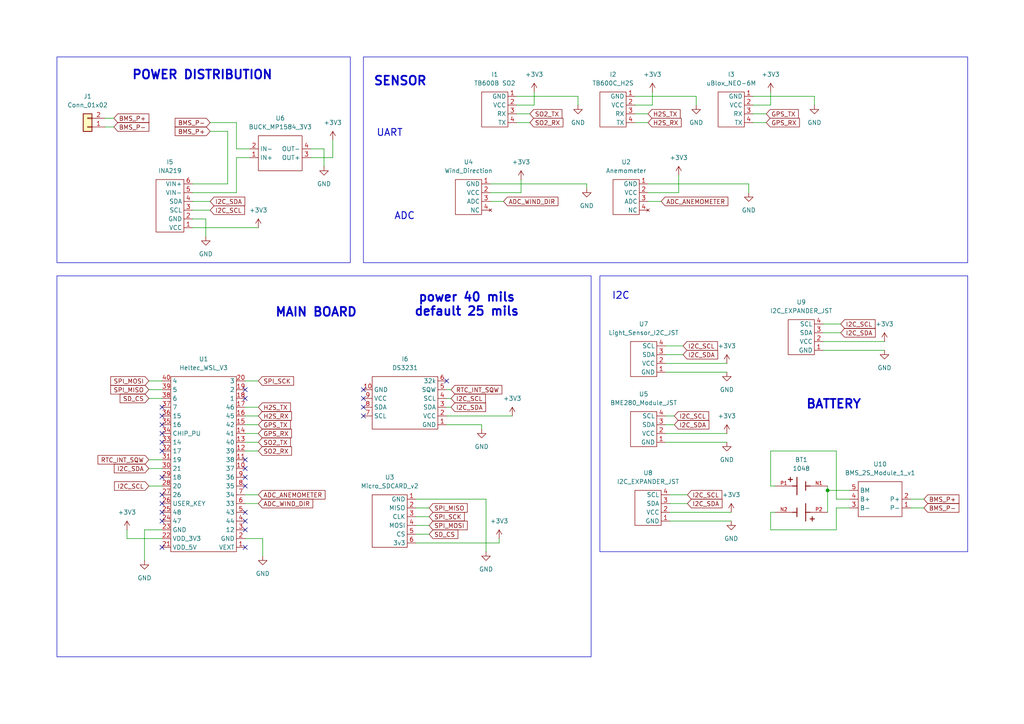
<source format=kicad_sch>
(kicad_sch (version 20250114) (generator "eeschema") (generator_version "9.0")
  (paper "A4")
  (lib_symbols
    (symbol "1048:1048" (pin_names (offset 1.016))
      (property "Reference" "BT" (at -3.81 6.35 0))
      (property "Value" "1048" (at -3.81 -10.16 0))
      (symbol "1048_0_0"
        (polyline (pts (xy -3.81 4.445) (xy -2.54 4.445)) (stroke (width 0.254)))
        (polyline (pts (xy -3.175 5.08) (xy -3.175 3.81)) (stroke (width 0.254)))
        (polyline (pts (xy -1.27 5.08) (xy -1.27 2.54)) (stroke (width 0.254)))
        (polyline (pts (xy -1.27 2.54) (xy -2.54 2.54)) (stroke (width 0.254)))
        (polyline (pts (xy -1.27 2.54) (xy -1.27 0)) (stroke (width 0.254)))
        (polyline (pts (xy -1.27 -5.08) (xy -2.54 -5.08)) (stroke (width 0.254)))
        (polyline (pts (xy -1.27 -5.08) (xy -1.27 -3.81)) (stroke (width 0.254)))
        (polyline (pts (xy -1.27 -6.35) (xy -1.27 -5.08)) (stroke (width 0.254)))
        (polyline (pts (xy 1.27 3.81) (xy 1.27 2.54)) (stroke (width 0.254)))
        (polyline (pts (xy 1.27 2.54) (xy 1.27 1.27)) (stroke (width 0.254)))
        (polyline (pts (xy 1.27 2.54) (xy 2.54 2.54)) (stroke (width 0.254)))
        (polyline (pts (xy 1.27 -5.08) (xy 1.27 -2.54)) (stroke (width 0.254)))
        (polyline (pts (xy 1.27 -5.08) (xy 2.54 -5.08)) (stroke (width 0.254)))
        (polyline (pts (xy 1.27 -7.62) (xy 1.27 -5.08)) (stroke (width 0.254)))
        (polyline (pts (xy 3.175 -7.62) (xy 3.175 -6.35)) (stroke (width 0.254)))
        (polyline (pts (xy 3.81 -6.985) (xy 2.54 -6.985)) (stroke (width 0.254)))
        (pin passive line (at -7.62 2.54 0) (length 5.08) (name "~") (number "P1"))
        (pin passive line (at -7.62 -5.08 0) (length 5.08) (name "~") (number "N2"))
        (pin passive line (at 7.62 2.54 180) (length 5.08) (name "~") (number "N1"))
        (pin passive line (at 7.62 -5.08 180) (length 5.08) (name "~") (number "P2"))
      )
    )
    (symbol "Connector_Generic:Conn_01x02" (pin_names (offset 1.016) (hide yes))
      (property "Reference" "J" (at 0 2.54 0))
      (property "Value" "Conn_01x02" (at 0 -5.08 0))
      (symbol "Conn_01x02_1_1"
        (rectangle (start -1.27 1.27) (end 1.27 -3.81) (stroke (width 0.254)) (fill (type background)))
        (rectangle (start -1.27 0.127) (end 0 -0.127) (stroke (width 0.1524)))
        (rectangle (start -1.27 -2.413) (end 0 -2.667) (stroke (width 0.1524)))
        (pin passive line (at -5.08 0 0) (length 3.81) (name "Pin_1") (number "1"))
        (pin passive line (at -5.08 -2.54 0) (length 3.81) (name "Pin_2") (number "2"))
      )
    )
    (symbol "Custom Board:Anemometer"
      (property "Reference" "U2" (at 0 10.16 0))
      (property "Value" "Anemometer" (at 0 7.62 0))
      (symbol "Anemometer_0_1"
        (rectangle (start -3.81 5.08) (end 3.81 -5.08))
      )
      (symbol "Anemometer_1_1"
        (pin passive line (at 6.35 3.81 180) (length 2.54) (name "GND") (number "1"))
        (pin power_in line (at 6.35 1.27 180) (length 2.54) (name "VCC") (number "2"))
        (pin bidirectional line (at 6.35 -1.27 180) (length 2.54) (name "ADC") (number "3"))
        (pin no_connect line (at 6.35 -3.81 180) (length 2.54) (name "NC") (number "4"))
      )
    )
    (symbol "Custom Board:BME280_Module_JST"
      (property "Reference" "U" (at 0 10.16 0))
      (property "Value" "BME280_Module_JST" (at 0 7.62 0))
      (symbol "BME280_Module_JST_0_1"
        (rectangle (start -3.81 5.08) (end 3.81 -5.08))
      )
      (symbol "BME280_Module_JST_1_1"
        (pin bidirectional line (at 6.35 3.81 180) (length 2.54) (name "SCL") (number "4"))
        (pin bidirectional line (at 6.35 1.27 180) (length 2.54) (name "SDA") (number "3"))
        (pin power_in line (at 6.35 -1.27 180) (length 2.54) (name "VCC") (number "2"))
        (pin passive line (at 6.35 -3.81 180) (length 2.54) (name "GND") (number "1"))
      )
    )
    (symbol "Custom Board:BMS_2S_Module_1_v1"
      (property "Reference" "U" (at 0 10.16 0))
      (property "Value" "BMS_2S_Module_1_v1" (at 0 7.62 0))
      (symbol "BMS_2S_Module_1_v1_0_1"
        (rectangle (start -6.35 5.08) (end 6.35 -5.08))
      )
      (symbol "BMS_2S_Module_1_v1_1_1"
        (pin power_in line (at -8.89 2.54 0) (length 2.54) (name "BM") (number "5"))
        (pin power_in line (at -8.89 0 0) (length 2.54) (name "B+") (number "4"))
        (pin power_in line (at -8.89 -2.54 0) (length 2.54) (name "B-") (number "3"))
        (pin power_out line (at 8.89 0 180) (length 2.54) (name "P+") (number "2"))
        (pin power_out line (at 8.89 -2.54 180) (length 2.54) (name "P-") (number "1"))
      )
    )
    (symbol "Custom Board:Buck_MP1584_3V3_Module"
      (property "Reference" "U" (at 0 5.08 0))
      (property "Value" "BUCK_MP1584_3V3" (at 0 2.54 0))
      (symbol "Buck_MP1584_3V3_Module_0_1"
        (rectangle (start -6.35 0) (end 6.35 -10.16))
      )
      (symbol "Buck_MP1584_3V3_Module_1_1"
        (pin bidirectional line (at -8.89 -3.81 0) (length 2.54) (name "IN-") (number "2"))
        (pin bidirectional line (at -8.89 -6.35 0) (length 2.54) (name "IN+") (number "1"))
        (pin bidirectional line (at 8.89 -3.81 180) (length 2.54) (name "OUT-") (number "4"))
        (pin bidirectional line (at 8.89 -6.35 180) (length 2.54) (name "OUT+") (number "3"))
      )
    )
    (symbol "Custom Board:GPS"
      (property "Reference" "I5" (at 0 10.16 0))
      (property "Value" "uBlox_NEO-6M" (at 0 7.62 0))
      (symbol "GPS_0_1"
        (rectangle (start -3.8099 5.08) (end 3.81 -5.08))
      )
      (symbol "GPS_1_1"
        (pin passive line (at 6.35 3.81 180) (length 2.54) (name "GND") (number "1"))
        (pin power_in line (at 6.35 1.27 180) (length 2.54) (name "VCC") (number "2"))
        (pin bidirectional line (at 6.35 -1.27 180) (length 2.54) (name "RX") (number "3"))
        (pin bidirectional line (at 6.35 -3.81 180) (length 2.54) (name "TX") (number "4"))
      )
    )
    (symbol "Custom Board:I2C_EXPANDER_JST"
      (property "Reference" "U" (at 0 10.16 0))
      (property "Value" "I2C_EXPANDER_JST" (at 0 7.62 0))
      (symbol "I2C_EXPANDER_JST_0_1"
        (rectangle (start -3.81 5.08) (end 3.81 -5.08))
      )
      (symbol "I2C_EXPANDER_JST_1_1"
        (pin bidirectional line (at 6.35 3.81 180) (length 2.54) (name "SCL") (number "4"))
        (pin bidirectional line (at 6.35 1.27 180) (length 2.54) (name "SDA") (number "3"))
        (pin power_in line (at 6.35 -1.27 180) (length 2.54) (name "VCC") (number "2"))
        (pin passive line (at 6.35 -3.81 180) (length 2.54) (name "GND") (number "1"))
      )
    )
    (symbol "Custom Board:INA219"
      (property "Reference" "I1" (at -0.2345 7.62 0))
      (property "Value" "INA219" (at -0.2345 5.08 0))
      (symbol "INA219_0_1"
        (rectangle (start -4.2789 -12.7) (end 3.81 2.54))
      )
      (symbol "INA219_1_1"
        (pin bidirectional line (at 6.35 1.27 180) (length 2.54) (name "VIN+") (number "6"))
        (pin bidirectional line (at 6.35 -1.27 180) (length 2.54) (name "VIN-") (number "5"))
        (pin bidirectional line (at 6.35 -3.81 180) (length 2.54) (name "SDA") (number "4"))
        (pin bidirectional line (at 6.35 -6.35 180) (length 2.54) (name "SCL") (number "3"))
        (pin passive line (at 6.35 -8.89 180) (length 2.54) (name "GND") (number "2"))
        (pin power_in line (at 6.35 -11.43 180) (length 2.54) (name "VCC") (number "1"))
      )
    )
    (symbol "Custom Board:Light_Sensor_I2C_JST"
      (property "Reference" "U" (at 0 10.16 0))
      (property "Value" "Light_Sensor_I2C_JST" (at 0 7.62 0))
      (symbol "Light_Sensor_I2C_JST_0_1"
        (rectangle (start -3.81 5.08) (end 3.81 -5.08))
      )
      (symbol "Light_Sensor_I2C_JST_1_1"
        (pin bidirectional line (at 6.35 3.81 180) (length 2.54) (name "SCL") (number "4"))
        (pin bidirectional line (at 6.35 1.27 180) (length 2.54) (name "SDA") (number "3"))
        (pin power_in line (at 6.35 -1.27 180) (length 2.54) (name "VCC") (number "2"))
        (pin passive line (at 6.35 -3.81 180) (length 2.54) (name "GND") (number "1"))
      )
    )
    (symbol "Custom Board:RTC_DS3231​"
      (property "Reference" "I6" (at 0 12.7 0))
      (property "Value" "DS3231​" (at 0 10.16 0))
      (symbol "RTC_DS3231​_0_1"
        (rectangle (start -8.89 7.62) (end 10.16 -7.62))
      )
      (symbol "RTC_DS3231​_1_1"
        (pin passive line (at -11.43 3.81 0) (length 2.54) (name "GND") (number "10"))
        (pin power_in line (at -11.43 1.27 0) (length 2.54) (name "VCC") (number "9"))
        (pin bidirectional line (at -11.43 -1.27 0) (length 2.54) (name "SDA") (number "8"))
        (pin bidirectional line (at -11.43 -3.81 0) (length 2.54) (name "SCL") (number "7"))
        (pin output line (at 12.7 6.35 180) (length 2.54) (name "32k") (number "6"))
        (pin output line (at 12.7 3.81 180) (length 2.54) (name "SQW") (number "5"))
        (pin bidirectional line (at 12.7 1.27 180) (length 2.54) (name "SCL") (number "4"))
        (pin bidirectional line (at 12.7 -1.27 180) (length 2.54) (name "SDA") (number "3"))
        (pin power_in line (at 12.7 -3.81 180) (length 2.54) (name "VCC") (number "2"))
        (pin passive line (at 12.7 -6.35 180) (length 2.54) (name "GND") (number "1"))
      )
    )
    (symbol "Custom Board:SPI SD Card_v2"
      (property "Reference" "U4" (at 0 11.43 0))
      (property "Value" "Micro_SDCARD_v2" (at 0 8.89 0))
      (symbol "SPI SD Card_v2_0_1"
        (rectangle (start -5.08 6.35) (end 5.08 -8.89))
      )
      (symbol "SPI SD Card_v2_1_1"
        (pin passive line (at 7.62 5.08 180) (length 2.54) (name "GND") (number "1"))
        (pin bidirectional line (at 7.62 2.54 180) (length 2.54) (name "MISO") (number "2"))
        (pin bidirectional line (at 7.62 0 180) (length 2.54) (name "CLK") (number "3"))
        (pin bidirectional line (at 7.62 -2.54 180) (length 2.54) (name "MOSI") (number "4"))
        (pin bidirectional line (at 7.62 -5.08 180) (length 2.54) (name "CS") (number "5"))
        (pin power_in line (at 7.62 -7.62 180) (length 2.54) (name "3v3") (number "6"))
      )
    )
    (symbol "Custom Board:TB600B"
      (property "Reference" "I2" (at 0 10.16 0))
      (property "Value" "TB600B SO2" (at 0 7.62 0))
      (symbol "TB600B_0_1"
        (rectangle (start -3.81 5.08) (end 3.81 -5.08))
      )
      (symbol "TB600B_1_1"
        (pin passive line (at 6.35 3.81 180) (length 2.54) (name "GND") (number "1"))
        (pin power_in line (at 6.35 1.27 180) (length 2.54) (name "VCC") (number "2"))
        (pin bidirectional line (at 6.35 -1.27 180) (length 2.54) (name "RX") (number "3"))
        (pin bidirectional line (at 6.35 -3.81 180) (length 2.54) (name "TX") (number "4"))
      )
    )
    (symbol "Custom Board:TB600C"
      (property "Reference" "I3" (at -1.27 10.16 0))
      (property "Value" "TB600C_H2S" (at -1.27 7.62 0))
      (symbol "TB600C_0_1"
        (rectangle (start -5.08 5.08) (end 2.54 -5.08))
      )
      (symbol "TB600C_1_1"
        (pin passive line (at 5.08 3.81 180) (length 2.54) (name "GND") (number "1"))
        (pin power_in line (at 5.08 1.27 180) (length 2.54) (name "VCC") (number "2"))
        (pin bidirectional line (at 5.08 -1.27 180) (length 2.54) (name "RX") (number "3"))
        (pin bidirectional line (at 5.08 -3.81 180) (length 2.54) (name "TX") (number "4"))
      )
    )
    (symbol "Custom Board:WSL_V3"
      (property "Reference" "U5" (at -4.445 17.78 0))
      (property "Value" "Heltec_WSL_V3" (at -4.445 15.24 0))
      (symbol "WSL_V3_0_1"
        (rectangle (start -13.97 12.7) (end 5.08 -38.1))
      )
      (symbol "WSL_V3_1_1"
        (pin bidirectional line (at -16.51 11.43 0) (length 2.54) (name "4") (number "40"))
        (pin bidirectional line (at -16.51 8.89 0) (length 2.54) (name "5") (number "39"))
        (pin bidirectional line (at -16.51 6.35 0) (length 2.54) (name "6") (number "38"))
        (pin bidirectional line (at -16.51 3.81 0) (length 2.54) (name "7") (number "37"))
        (pin bidirectional line (at -16.51 1.27 0) (length 2.54) (name "15") (number "36"))
        (pin bidirectional line (at -16.51 -1.27 0) (length 2.54) (name "16") (number "35"))
        (pin input line (at -16.51 -3.81 0) (length 2.54) (name "CHIP_PU") (number "34"))
        (pin bidirectional line (at -16.51 -6.35 0) (length 2.54) (name "14") (number "33"))
        (pin bidirectional line (at -16.51 -8.89 0) (length 2.54) (name "17") (number "32"))
        (pin bidirectional line (at -16.51 -11.43 0) (length 2.54) (name "19") (number "31"))
        (pin bidirectional line (at -16.51 -13.97 0) (length 2.54) (name "21") (number "30"))
        (pin bidirectional line (at -16.51 -16.51 0) (length 2.54) (name "18") (number "29"))
        (pin bidirectional line (at -16.51 -19.05 0) (length 2.54) (name "20") (number "28"))
        (pin bidirectional line (at -16.51 -21.59 0) (length 2.54) (name "26") (number "27"))
        (pin bidirectional line (at -16.51 -24.13 0) (length 2.54) (name "USER_KEY") (number "26"))
        (pin bidirectional line (at -16.51 -26.67 0) (length 2.54) (name "48") (number "25"))
        (pin bidirectional line (at -16.51 -29.21 0) (length 2.54) (name "47") (number "24"))
        (pin passive line (at -16.51 -31.75 0) (length 2.54) (name "GND") (number "23"))
        (pin power_in line (at -16.51 -34.29 0) (length 2.54) (name "VDD_3V3") (number "22"))
        (pin power_in line (at -16.51 -36.83 0) (length 2.54) (name "VDD_5V") (number "21"))
        (pin bidirectional line (at 7.62 11.43 180) (length 2.54) (name "3") (number "20"))
        (pin bidirectional line (at 7.62 8.89 180) (length 2.54) (name "2") (number "19"))
        (pin bidirectional line (at 7.62 6.35 180) (length 2.54) (name "1") (number "18"))
        (pin bidirectional line (at 7.62 3.81 180) (length 2.54) (name "46") (number "17"))
        (pin bidirectional line (at 7.62 1.27 180) (length 2.54) (name "45") (number "16"))
        (pin bidirectional line (at 7.62 -1.27 180) (length 2.54) (name "42") (number "15"))
        (pin bidirectional line (at 7.62 -3.81 180) (length 2.54) (name "41") (number "14"))
        (pin bidirectional line (at 7.62 -6.35 180) (length 2.54) (name "40") (number "13"))
        (pin bidirectional line (at 7.62 -8.89 180) (length 2.54) (name "39") (number "12"))
        (pin bidirectional line (at 7.62 -11.43 180) (length 2.54) (name "38") (number "11"))
        (pin bidirectional line (at 7.62 -13.97 180) (length 2.54) (name "37") (number "10"))
        (pin bidirectional line (at 7.62 -16.51 180) (length 2.54) (name "36") (number "9"))
        (pin bidirectional line (at 7.62 -19.05 180) (length 2.54) (name "35") (number "8"))
        (pin bidirectional line (at 7.62 -21.59 180) (length 2.54) (name "34") (number "7"))
        (pin bidirectional line (at 7.62 -24.13 180) (length 2.54) (name "33") (number "6"))
        (pin bidirectional line (at 7.62 -26.67 180) (length 2.54) (name "43") (number "5"))
        (pin bidirectional line (at 7.62 -29.21 180) (length 2.54) (name "44") (number "4"))
        (pin bidirectional line (at 7.62 -31.75 180) (length 2.54) (name "12") (number "3"))
        (pin passive line (at 7.62 -34.29 180) (length 2.54) (name "GND") (number "2"))
        (pin power_out line (at 7.62 -36.83 180) (length 2.54) (name "VEXT") (number "1"))
      )
    )
    (symbol "Custom Board:Wind Direction"
      (property "Reference" "U3" (at 0 10.16 0))
      (property "Value" "Wind_Direction" (at 0 7.62 0))
      (symbol "Wind Direction_0_1"
        (rectangle (start -3.81 5.08) (end 3.81 -5.08))
      )
      (symbol "Wind Direction_1_1"
        (pin passive line (at 6.35 3.81 180) (length 2.54) (name "GND") (number "1"))
        (pin power_in line (at 6.35 1.27 180) (length 2.54) (name "VCC") (number "2"))
        (pin bidirectional line (at 6.35 -1.27 180) (length 2.54) (name "ADC") (number "3"))
        (pin no_connect line (at 6.35 -3.81 180) (length 2.54) (name "NC") (number "4"))
      )
    )
    (symbol "power:+3V3" (power) (pin_numbers (hide yes)) (pin_names (offset 0) (hide yes))
      (property "Value" "+3V3" (at 0 3.556 0))
      (symbol "+3V3_0_1"
        (polyline (pts (xy -0.762 1.27) (xy 0 2.54)))
        (polyline (pts (xy 0 2.54) (xy 0.762 1.27)))
        (polyline (pts (xy 0 0) (xy 0 2.54)))
      )
      (symbol "+3V3_1_1"
        (pin power_in line (at 0 0 90) (length 0) (name "~") (number "1"))
      )
    )
    (symbol "power:GND" (power) (pin_numbers (hide yes)) (pin_names (offset 0) (hide yes))
      (property "Value" "GND" (at 0 -3.81 0))
      (symbol "GND_0_1"
        (polyline (pts (xy 0 0) (xy 0 -1.27) (xy 1.27 -1.27) (xy 0 -2.54) (xy -1.27 -1.27) (xy 0 -1.27)))
      )
      (symbol "GND_1_1"
        (pin power_in line (at 0 0 270) (length 0) (name "~") (number "1"))
      )
    )
  )
  (rectangle (start 16.51 80.01) (end 171.45 190.5))
  (rectangle (start 173.99 80.01) (end 280.67 160.02))
  (rectangle (start 16.51 16.51) (end 101.6 76.2))
  (rectangle (start 105.41 16.51) (end 280.67 76.2))
  (text "BATTERY" (at 241.808 117.348 0) (effects (font (size 2.54 2.54) (thickness 0.508) (bold yes))))
  (text "UART" (at 113.03 38.608 0) (effects (font (size 2.032 2.032) (thickness 0.254))))
  (text "I2C" (at 180.086 85.852 0) (effects (font (size 2.032 2.032) (thickness 0.254))))
  (text "ADC" (at 117.348 62.738 0) (effects (font (size 2.032 2.032) (thickness 0.254))))
  (text "POWER DISTRIBUTION" (at 58.674 21.844 0) (effects (font (size 2.54 2.54) (thickness 0.508) (bold yes))))
  (text "power 40 mils\ndefault 25 mils" (at 135.382 88.392 0) (effects (font (size 2.54 2.54) (thickness 0.508) (bold yes))))
  (text "SENSOR" (at 116.078 23.622 0) (effects (font (size 2.54 2.54) (thickness 0.508) (bold yes))))
  (text "MAIN BOARD" (at 91.694 90.678 0) (effects (font (size 2.54 2.54) (thickness 0.508) (bold yes))))
  (junction (at 240.03 142.24))
  (no_connect (at 71.12 151.13))
  (no_connect (at 71.12 133.35))
  (no_connect (at 46.99 158.75))
  (no_connect (at 46.99 151.13))
  (no_connect (at 46.99 130.81))
  (no_connect (at 46.99 143.51))
  (no_connect (at 46.99 146.05))
  (no_connect (at 46.99 123.19))
  (no_connect (at 71.12 113.03))
  (no_connect (at 71.12 153.67))
  (no_connect (at 71.12 148.59))
  (no_connect (at 71.12 158.75))
  (no_connect (at 71.12 138.43))
  (no_connect (at 129.54 110.49))
  (no_connect (at 46.99 138.43))
  (no_connect (at 71.12 115.57))
  (no_connect (at 71.12 135.89))
  (no_connect (at 46.99 118.11))
  (no_connect (at 46.99 148.59))
  (no_connect (at 46.99 128.27))
  (no_connect (at 46.99 120.65))
  (no_connect (at 105.41 120.65))
  (no_connect (at 105.41 115.57))
  (no_connect (at 46.99 125.73))
  (no_connect (at 71.12 140.97))
  (no_connect (at 105.41 118.11))
  (no_connect (at 105.41 113.03))
  (wire (pts (xy 90.17 45.72) (xy 96.52 45.72)))
  (wire (pts (xy 120.65 147.32) (xy 124.46 147.32)))
  (wire (pts (xy 187.96 53.34) (xy 217.17 53.34)))
  (wire (pts (xy 41.91 162.56) (xy 41.91 153.67)))
  (wire (pts (xy 60.96 38.1) (xy 66.04 38.1)))
  (wire (pts (xy 242.57 130.81) (xy 223.52 130.81)))
  (wire (pts (xy 242.57 130.81) (xy 242.57 144.78)))
  (wire (pts (xy 264.16 147.32) (xy 267.97 147.32)))
  (wire (pts (xy 71.12 120.65) (xy 74.93 120.65)))
  (wire (pts (xy 242.57 147.32) (xy 242.57 153.67)))
  (wire (pts (xy 210.82 107.95) (xy 193.04 107.95)))
  (wire (pts (xy 41.91 153.67) (xy 46.99 153.67)))
  (wire (pts (xy 71.12 156.21) (xy 76.2 156.21)))
  (wire (pts (xy 71.12 125.73) (xy 74.93 125.73)))
  (wire (pts (xy 66.04 38.1) (xy 66.04 53.34)))
  (wire (pts (xy 194.31 146.05) (xy 199.39 146.05)))
  (wire (pts (xy 184.15 30.48) (xy 189.23 30.48)))
  (wire (pts (xy 194.31 143.51) (xy 199.39 143.51)))
  (wire (pts (xy 60.96 35.56) (xy 68.58 35.56)))
  (wire (pts (xy 193.04 120.65) (xy 195.58 120.65)))
  (wire (pts (xy 55.88 58.42) (xy 60.96 58.42)))
  (wire (pts (xy 194.31 148.59) (xy 212.09 148.59)))
  (wire (pts (xy 238.76 93.98) (xy 243.84 93.98)))
  (wire (pts (xy 71.12 130.81) (xy 74.93 130.81)))
  (wire (pts (xy 120.65 157.48) (xy 144.78 157.48)))
  (wire (pts (xy 238.76 99.06) (xy 256.54 99.06)))
  (wire (pts (xy 223.52 148.59) (xy 224.79 148.59)))
  (wire (pts (xy 184.15 35.56) (xy 187.96 35.56)))
  (wire (pts (xy 184.15 27.94) (xy 201.93 27.94)))
  (wire (pts (xy 90.17 43.18) (xy 93.98 43.18)))
  (wire (pts (xy 55.88 60.96) (xy 60.96 60.96)))
  (wire (pts (xy 149.86 33.02) (xy 153.67 33.02)))
  (wire (pts (xy 129.54 113.03) (xy 130.81 113.03)))
  (wire (pts (xy 246.38 147.32) (xy 242.57 147.32)))
  (wire (pts (xy 43.18 113.03) (xy 46.99 113.03)))
  (wire (pts (xy 55.88 63.5) (xy 59.69 63.5)))
  (wire (pts (xy 218.44 33.02) (xy 222.25 33.02)))
  (wire (pts (xy 36.83 153.67) (xy 36.83 156.21)))
  (wire (pts (xy 201.93 27.94) (xy 201.93 30.48)))
  (wire (pts (xy 223.52 30.48) (xy 223.52 26.67)))
  (wire (pts (xy 149.86 30.48) (xy 154.94 30.48)))
  (wire (pts (xy 240.03 140.97) (xy 240.03 142.24)))
  (wire (pts (xy 149.86 27.94) (xy 167.64 27.94)))
  (wire (pts (xy 55.88 66.04) (xy 74.93 66.04)))
  (wire (pts (xy 43.18 110.49) (xy 46.99 110.49)))
  (wire (pts (xy 218.44 30.48) (xy 223.52 30.48)))
  (wire (pts (xy 120.65 149.86) (xy 124.46 149.86)))
  (wire (pts (xy 129.54 120.65) (xy 148.59 120.65)))
  (wire (pts (xy 71.12 118.11) (xy 74.93 118.11)))
  (wire (pts (xy 71.12 146.05) (xy 74.93 146.05)))
  (wire (pts (xy 68.58 35.56) (xy 68.58 43.18)))
  (wire (pts (xy 196.85 50.8) (xy 196.85 55.88)))
  (wire (pts (xy 71.12 123.19) (xy 74.93 123.19)))
  (wire (pts (xy 193.04 105.41) (xy 210.82 105.41)))
  (wire (pts (xy 43.18 133.35) (xy 46.99 133.35)))
  (wire (pts (xy 120.65 144.78) (xy 140.97 144.78)))
  (wire (pts (xy 189.23 30.48) (xy 189.23 26.67)))
  (wire (pts (xy 36.83 156.21) (xy 46.99 156.21)))
  (wire (pts (xy 142.24 55.88) (xy 151.13 55.88)))
  (wire (pts (xy 93.98 43.18) (xy 93.98 48.26)))
  (wire (pts (xy 242.57 144.78) (xy 246.38 144.78)))
  (wire (pts (xy 218.44 27.94) (xy 236.22 27.94)))
  (wire (pts (xy 212.09 151.13) (xy 194.31 151.13)))
  (wire (pts (xy 59.69 63.5) (xy 59.69 68.58)))
  (wire (pts (xy 68.58 55.88) (xy 68.58 45.72)))
  (wire (pts (xy 68.58 43.18) (xy 72.39 43.18)))
  (wire (pts (xy 68.58 45.72) (xy 72.39 45.72)))
  (wire (pts (xy 193.04 123.19) (xy 195.58 123.19)))
  (wire (pts (xy 96.52 40.64) (xy 96.52 45.72)))
  (wire (pts (xy 218.44 35.56) (xy 222.25 35.56)))
  (wire (pts (xy 55.88 53.34) (xy 66.04 53.34)))
  (wire (pts (xy 151.13 55.88) (xy 151.13 52.07)))
  (wire (pts (xy 71.12 143.51) (xy 74.93 143.51)))
  (wire (pts (xy 139.7 123.19) (xy 139.7 124.46)))
  (wire (pts (xy 240.03 142.24) (xy 240.03 148.59)))
  (wire (pts (xy 43.18 135.89) (xy 46.99 135.89)))
  (wire (pts (xy 129.54 118.11) (xy 130.81 118.11)))
  (wire (pts (xy 223.52 153.67) (xy 223.52 148.59)))
  (wire (pts (xy 30.48 34.29) (xy 33.02 34.29)))
  (wire (pts (xy 71.12 128.27) (xy 74.93 128.27)))
  (wire (pts (xy 30.48 36.83) (xy 33.02 36.83)))
  (wire (pts (xy 184.15 33.02) (xy 187.96 33.02)))
  (wire (pts (xy 223.52 130.81) (xy 223.52 140.97)))
  (wire (pts (xy 142.24 58.42) (xy 146.05 58.42)))
  (wire (pts (xy 55.88 55.88) (xy 68.58 55.88)))
  (wire (pts (xy 144.78 156.21) (xy 144.78 157.48)))
  (wire (pts (xy 142.24 53.34) (xy 170.18 53.34)))
  (wire (pts (xy 238.76 96.52) (xy 243.84 96.52)))
  (wire (pts (xy 129.54 115.57) (xy 130.81 115.57)))
  (wire (pts (xy 187.96 58.42) (xy 191.77 58.42)))
  (wire (pts (xy 71.12 110.49) (xy 74.93 110.49)))
  (wire (pts (xy 129.54 123.19) (xy 139.7 123.19)))
  (wire (pts (xy 154.94 30.48) (xy 154.94 26.67)))
  (wire (pts (xy 242.57 153.67) (xy 223.52 153.67)))
  (wire (pts (xy 167.64 27.94) (xy 167.64 30.48)))
  (wire (pts (xy 76.2 156.21) (xy 76.2 161.29)))
  (wire (pts (xy 193.04 100.33) (xy 198.12 100.33)))
  (wire (pts (xy 149.86 35.56) (xy 153.67 35.56)))
  (wire (pts (xy 193.04 125.73) (xy 210.82 125.73)))
  (wire (pts (xy 120.65 152.4) (xy 124.46 152.4)))
  (wire (pts (xy 170.18 53.34) (xy 170.18 54.61)))
  (wire (pts (xy 236.22 27.94) (xy 236.22 30.48)))
  (wire (pts (xy 120.65 154.94) (xy 124.46 154.94)))
  (wire (pts (xy 43.18 140.97) (xy 46.99 140.97)))
  (wire (pts (xy 217.17 53.34) (xy 217.17 55.88)))
  (wire (pts (xy 256.54 101.6) (xy 238.76 101.6)))
  (wire (pts (xy 264.16 144.78) (xy 267.97 144.78)))
  (wire (pts (xy 240.03 142.24) (xy 246.38 142.24)))
  (wire (pts (xy 223.52 140.97) (xy 224.79 140.97)))
  (wire (pts (xy 193.04 102.87) (xy 198.12 102.87)))
  (wire (pts (xy 210.82 128.27) (xy 193.04 128.27)))
  (wire (pts (xy 187.96 55.88) (xy 196.85 55.88)))
  (wire (pts (xy 43.18 115.57) (xy 46.99 115.57)))
  (wire (pts (xy 140.97 144.78) (xy 140.97 160.02)))
  (global_label "SD_CS" (shape input) (at 124.46 154.94 0) (property "Intersheetrefs" "${INTERSHEET_REFS}" (effects (hide yes))))
  (global_label "BMS_P-" (shape input) (at 267.97 147.32 0) (property "Intersheetrefs" "${INTERSHEET_REFS}" (effects (hide yes))))
  (global_label "I2C_SDA" (shape input) (at 130.81 118.11 0) (property "Intersheetrefs" "${INTERSHEET_REFS}" (effects (hide yes))))
  (global_label "SPI_MISO" (shape input) (at 43.18 113.03 180) (property "Intersheetrefs" "${INTERSHEET_REFS}" (effects (hide yes))))
  (global_label "H2S_TX" (shape input) (at 74.93 118.11 0) (property "Intersheetrefs" "${INTERSHEET_REFS}" (effects (hide yes))))
  (global_label "SPI_MISO" (shape input) (at 124.46 147.32 0) (property "Intersheetrefs" "${INTERSHEET_REFS}" (effects (hide yes))))
  (global_label "I2C_SDA" (shape input) (at 199.39 146.05 0) (property "Intersheetrefs" "${INTERSHEET_REFS}" (effects (hide yes))))
  (global_label "SPI_SCK" (shape input) (at 124.46 149.86 0) (property "Intersheetrefs" "${INTERSHEET_REFS}" (effects (hide yes))))
  (global_label "BMS_P-" (shape input) (at 33.02 36.83 0) (property "Intersheetrefs" "${INTERSHEET_REFS}" (effects (hide yes))))
  (global_label "I2C_SCL" (shape input) (at 130.81 115.57 0) (property "Intersheetrefs" "${INTERSHEET_REFS}" (effects (hide yes))))
  (global_label "ADC_ANEMOMETER" (shape input) (at 191.77 58.42 0) (property "Intersheetrefs" "${INTERSHEET_REFS}" (effects (hide yes))))
  (global_label "SPI_MOSI" (shape input) (at 43.18 110.49 180) (property "Intersheetrefs" "${INTERSHEET_REFS}" (effects (hide yes))))
  (global_label "GPS_TX" (shape input) (at 74.93 123.19 0) (property "Intersheetrefs" "${INTERSHEET_REFS}" (effects (hide yes))))
  (global_label "BMS_P-" (shape input) (at 60.96 35.56 180) (property "Intersheetrefs" "${INTERSHEET_REFS}" (effects (hide yes))))
  (global_label "GPS_RX" (shape input) (at 74.93 125.73 0) (property "Intersheetrefs" "${INTERSHEET_REFS}" (effects (hide yes))))
  (global_label "I2C_SCL" (shape input) (at 60.96 60.96 0) (property "Intersheetrefs" "${INTERSHEET_REFS}" (effects (hide yes))))
  (global_label "H2S_TX" (shape input) (at 187.96 33.02 0) (property "Intersheetrefs" "${INTERSHEET_REFS}" (effects (hide yes))))
  (global_label "ADC_WIND_DIR" (shape input) (at 74.93 146.05 0) (property "Intersheetrefs" "${INTERSHEET_REFS}" (effects (hide yes))))
  (global_label "BMS_P+" (shape input) (at 33.02 34.29 0) (property "Intersheetrefs" "${INTERSHEET_REFS}" (effects (hide yes))))
  (global_label "GPS_RX" (shape input) (at 222.25 35.56 0) (property "Intersheetrefs" "${INTERSHEET_REFS}" (effects (hide yes))))
  (global_label "I2C_SCL" (shape input) (at 195.58 120.65 0) (property "Intersheetrefs" "${INTERSHEET_REFS}" (effects (hide yes))))
  (global_label "BMS_P+" (shape input) (at 60.96 38.1 180) (property "Intersheetrefs" "${INTERSHEET_REFS}" (effects (hide yes))))
  (global_label "ADC_WIND_DIR" (shape input) (at 146.05 58.42 0) (property "Intersheetrefs" "${INTERSHEET_REFS}" (effects (hide yes))))
  (global_label "I2C_SDA" (shape input) (at 198.12 102.87 0) (property "Intersheetrefs" "${INTERSHEET_REFS}" (effects (hide yes))))
  (global_label "I2C_SDA" (shape input) (at 243.84 96.52 0) (property "Intersheetrefs" "${INTERSHEET_REFS}" (effects (hide yes))))
  (global_label "I2C_SDA" (shape input) (at 195.58 123.19 0) (property "Intersheetrefs" "${INTERSHEET_REFS}" (effects (hide yes))))
  (global_label "SO2_RX" (shape input) (at 74.93 130.81 0) (property "Intersheetrefs" "${INTERSHEET_REFS}" (effects (hide yes))))
  (global_label "GPS_TX" (shape input) (at 222.25 33.02 0) (property "Intersheetrefs" "${INTERSHEET_REFS}" (effects (hide yes))))
  (global_label "SO2_RX" (shape input) (at 153.67 35.56 0) (property "Intersheetrefs" "${INTERSHEET_REFS}" (effects (hide yes))))
  (global_label "I2C_SCL" (shape input) (at 199.39 143.51 0) (property "Intersheetrefs" "${INTERSHEET_REFS}" (effects (hide yes))))
  (global_label "I2C_SCL" (shape input) (at 198.12 100.33 0) (property "Intersheetrefs" "${INTERSHEET_REFS}" (effects (hide yes))))
  (global_label "I2C_SDA" (shape input) (at 60.96 58.42 0) (property "Intersheetrefs" "${INTERSHEET_REFS}" (effects (hide yes))))
  (global_label "I2C_SDA" (shape input) (at 43.18 135.89 180) (property "Intersheetrefs" "${INTERSHEET_REFS}" (effects (hide yes))))
  (global_label "H2S_RX" (shape input) (at 74.93 120.65 0) (property "Intersheetrefs" "${INTERSHEET_REFS}" (effects (hide yes))))
  (global_label "SPI_SCK" (shape input) (at 74.93 110.49 0) (property "Intersheetrefs" "${INTERSHEET_REFS}" (effects (hide yes))))
  (global_label "BMS_P+" (shape input) (at 267.97 144.78 0) (property "Intersheetrefs" "${INTERSHEET_REFS}" (effects (hide yes))))
  (global_label "I2C_SCL" (shape input) (at 243.84 93.98 0) (property "Intersheetrefs" "${INTERSHEET_REFS}" (effects (hide yes))))
  (global_label "SO2_TX" (shape input) (at 74.93 128.27 0) (property "Intersheetrefs" "${INTERSHEET_REFS}" (effects (hide yes))))
  (global_label "H2S_RX" (shape input) (at 187.96 35.56 0) (property "Intersheetrefs" "${INTERSHEET_REFS}" (effects (hide yes))))
  (global_label "SPI_MOSI" (shape input) (at 124.46 152.4 0) (property "Intersheetrefs" "${INTERSHEET_REFS}" (effects (hide yes))))
  (global_label "I2C_SCL" (shape input) (at 43.18 140.97 180) (property "Intersheetrefs" "${INTERSHEET_REFS}" (effects (hide yes))))
  (global_label "ADC_ANEMOMETER" (shape input) (at 74.93 143.51 0) (property "Intersheetrefs" "${INTERSHEET_REFS}" (effects (hide yes))))
  (global_label "SO2_TX" (shape input) (at 153.67 33.02 0) (property "Intersheetrefs" "${INTERSHEET_REFS}" (effects (hide yes))))
  (global_label "SD_CS" (shape input) (at 43.18 115.57 180) (property "Intersheetrefs" "${INTERSHEET_REFS}" (effects (hide yes))))
  (global_label "RTC_INT_SQW" (shape input) (at 130.81 113.03 0) (property "Intersheetrefs" "${INTERSHEET_REFS}" (effects (hide yes))))
  (global_label "RTC_INT_SQW" (shape input) (at 43.18 133.35 180) (property "Intersheetrefs" "${INTERSHEET_REFS}" (effects (hide yes))))
  (symbol (lib_id "power:GND") (at 140.97 160.02 0) (unit 1)
    (property "Reference" "#PWR020" (effects (hide yes)))
    (property "Value" "GND" (at 140.97 165.1 0))
    (property "Description" "Power symbol creates a global label with name \"GND\" , ground" (effects (hide yes)))
  )
  (symbol (lib_id "Custom Board:Wind Direction") (at 135.89 57.15 0) (unit 1)
    (property "Reference" "U4" (at 135.89 46.99 0))
    (property "Value" "Wind_Direction" (at 135.89 49.53 0))
    (property "Footprint" "Custom Board:STASRG_Wind_Dir_Module" (effects (hide yes)))
    (property "Description" "ADC Wind Direction Sensor" (effects (hide yes)))
  )
  (symbol (lib_id "Custom Board:BMS_2S_Module_1_v1") (at 255.27 144.78 0) (unit 1)
    (property "Reference" "U10" (at 255.27 134.62 0))
    (property "Value" "BMS_2S_Module_1_v1" (at 255.27 137.16 0))
    (property "Footprint" "Custom Board:BMS_2S_Module_1_v1" (effects (hide yes)))
  )
  (symbol (lib_id "power:+3V3") (at 144.78 156.21 0) (unit 1)
    (property "Reference" "#PWR021" (effects (hide yes)))
    (property "Value" "+3V3" (at 144.78 151.13 0))
    (property "Description" "Power symbol creates a global label with name \"+3V3\"" (effects (hide yes)))
  )
  (symbol (lib_id "power:+3V3") (at 151.13 52.07 0) (unit 1)
    (property "Reference" "#PWR014" (effects (hide yes)))
    (property "Value" "+3V3" (at 151.13 46.99 0))
    (property "Description" "Power symbol creates a global label with name \"+3V3\"" (effects (hide yes)))
  )
  (symbol (lib_id "Custom Board:TB600B") (at 143.51 31.75 0) (unit 1)
    (property "Reference" "I1" (at 143.51 21.59 0))
    (property "Value" "TB600B SO2" (at 143.51 24.13 0))
    (property "Footprint" "Custom Board:TB600B_SO2_Module" (effects (hide yes)))
    (property "Description" "TB600B Gas Sensor SO2" (effects (hide yes)))
  )
  (symbol (lib_id "power:+3V3") (at 36.83 153.67 0) (unit 1)
    (property "Reference" "#PWR03" (effects (hide yes)))
    (property "Value" "+3V3" (at 36.83 148.59 0))
    (property "Description" "Power symbol creates a global label with name \"+3V3\"" (effects (hide yes)))
  )
  (symbol (lib_id "power:+3V3") (at 189.23 26.67 0) (unit 1)
    (property "Reference" "#PWR010" (effects (hide yes)))
    (property "Value" "+3V3" (at 189.23 21.59 0))
    (property "Description" "Power symbol creates a global label with name \"+3V3\"" (effects (hide yes)))
  )
  (symbol (lib_id "power:+3V3") (at 210.82 105.41 0) (unit 1)
    (property "Reference" "#PWR024" (effects (hide yes)))
    (property "Value" "+3V3" (at 210.82 100.33 0))
    (property "Description" "Power symbol creates a global label with name \"+3V3\"" (effects (hide yes)))
  )
  (symbol (lib_id "Custom Board:GPS") (at 212.09 31.75 0) (unit 1)
    (property "Reference" "I3" (at 212.09 21.59 0))
    (property "Value" "uBlox_NEO-6M" (at 212.09 24.13 0))
    (property "Footprint" "Custom Board:uBlox_NEO-6M_Module_JST" (effects (hide yes)))
    (property "Description" "GPS MODULE" (effects (hide yes)))
  )
  (symbol (lib_id "Custom Board:Anemometer") (at 181.61 57.15 0) (unit 1)
    (property "Reference" "U2" (at 181.61 46.99 0))
    (property "Value" "Anemometer" (at 181.61 49.53 0))
    (property "Footprint" "Custom Board:STASRG_Anemometer_Module" (effects (hide yes)))
    (property "Description" "Anemometer Wind Speed" (effects (hide yes)))
  )
  (symbol (lib_id "power:+3V3") (at 223.52 26.67 0) (unit 1)
    (property "Reference" "#PWR011" (effects (hide yes)))
    (property "Value" "+3V3" (at 223.52 21.59 0))
    (property "Description" "Power symbol creates a global label with name \"+3V3\"" (effects (hide yes)))
  )
  (symbol (lib_id "Custom Board:RTC_DS3231​") (at 116.84 116.84 0) (unit 1)
    (property "Reference" "I6" (at 117.475 104.14 0))
    (property "Value" "DS3231​" (at 117.475 106.68 0))
    (property "Footprint" "Custom Board:DS3231_Module" (effects (hide yes)))
    (property "Description" "Real-time Clock DS3231​" (effects (hide yes)))
  )
  (symbol (lib_id "power:GND") (at 256.54 101.6 0) (unit 1)
    (property "Reference" "#PWR031" (effects (hide yes)))
    (property "Value" "GND" (at 256.54 106.68 0))
    (property "Description" "Power symbol creates a global label with name \"GND\" , ground" (effects (hide yes)))
  )
  (symbol (lib_id "power:+3V3") (at 210.82 125.73 0) (unit 1)
    (property "Reference" "#PWR026" (effects (hide yes)))
    (property "Value" "+3V3" (at 210.82 120.65 0))
    (property "Description" "Power symbol creates a global label with name \"+3V3\"" (effects (hide yes)))
  )
  (symbol (lib_id "power:GND") (at 139.7 124.46 0) (unit 1)
    (property "Reference" "#PWR022" (effects (hide yes)))
    (property "Value" "GND" (at 139.7 129.54 0))
    (property "Description" "Power symbol creates a global label with name \"GND\" , ground" (effects (hide yes)))
  )
  (symbol (lib_id "Custom Board:SPI SD Card_v2") (at 113.03 149.86 0) (unit 1)
    (property "Reference" "U3" (at 113.03 138.43 0))
    (property "Value" "Micro_SDCARD_v2" (at 113.03 140.97 0))
    (property "Footprint" "Custom Board:Micro_SDCARD_v2_Module" (effects (hide yes)))
    (property "Description" "SPI SD Card Reader" (effects (hide yes)))
  )
  (symbol (lib_id "Custom Board:INA219") (at 49.53 54.61 0) (unit 1)
    (property "Reference" "I5" (at 49.2955 46.99 0))
    (property "Value" "INA219" (at 49.2955 49.53 0))
    (property "Footprint" "Custom Board:INA219_Module" (effects (hide yes)))
    (property "Description" "Sensor INA219 I2C" (effects (hide yes)))
  )
  (symbol (lib_id "Connector_Generic:Conn_01x02") (at 25.4 36.83 180) (unit 1)
    (property "Reference" "J1" (at 25.4 27.94 0))
    (property "Value" "Conn_01x02" (at 25.4 30.48 0))
    (property "Footprint" "Connector_JST:JST_XH_B2B-XH-A_1x02_P2.50mm_Vertical" (effects (hide yes)))
    (property "Description" "Generic connector, single row, 01x02, script generated (kicad-library-utils/schlib/autogen/connector/)" (effects (hide yes)))
  )
  (symbol (lib_id "1048:1048") (at 232.41 143.51 0) (unit 1)
    (property "Reference" "BT1" (at 232.41 133.35 0))
    (property "Value" "1048" (at 232.41 135.89 0))
    (property "Footprint" "1048:BAT_1048" (effects (hide yes)))
    (property "DigiKey_Part_Number" "36-1048-ND" (effects (hide yes)))
    (property "SnapEDA_Link" "https://www.snapeda.com/parts/1048/Keystone/view-part/?ref=snap" (effects (hide yes)))
    (property "MAXIMUM_PACKAGE_HEIGHT" "14.85mm" (effects (hide yes)))
    (property "Package" "None" (effects (hide yes)))
    (property "Check_prices" "https://www.snapeda.com/parts/1048/Keystone/view-part/?ref=eda" (effects (hide yes)))
    (property "STANDARD" "Manufacturer Recommendations" (effects (hide yes)))
    (property "PARTREV" "A" (effects (hide yes)))
    (property "MF" "Keystone Electronics" (effects (hide yes)))
    (property "MP" "1048" (effects (hide yes)))
    (property "Description_1" "Battery Holder (Open) 18650 2 Cell SMD (SMT) Tab" (effects (hide yes)))
    (property "SNAPEDA_PN" "1048P" (effects (hide yes)))
    (property "MANUFACTURER" "Keystone" (effects (hide yes)))
  )
  (symbol (lib_id "power:GND") (at 201.93 30.48 0) (unit 1)
    (property "Reference" "#PWR08" (effects (hide yes)))
    (property "Value" "GND" (at 201.93 35.56 0))
    (property "Description" "Power symbol creates a global label with name \"GND\" , ground" (effects (hide yes)))
  )
  (symbol (lib_id "power:GND") (at 167.64 30.48 0) (unit 1)
    (property "Reference" "#PWR07" (effects (hide yes)))
    (property "Value" "GND" (at 167.64 35.56 0))
    (property "Description" "Power symbol creates a global label with name \"GND\" , ground" (effects (hide yes)))
  )
  (symbol (lib_id "power:GND") (at 93.98 48.26 0) (unit 1)
    (property "Reference" "#PWR02" (effects (hide yes)))
    (property "Value" "GND" (at 93.98 53.34 0))
    (property "Description" "Power symbol creates a global label with name \"GND\" , ground" (effects (hide yes)))
  )
  (symbol (lib_id "power:GND") (at 210.82 128.27 0) (unit 1)
    (property "Reference" "#PWR027" (effects (hide yes)))
    (property "Value" "GND" (at 210.82 133.35 0))
    (property "Description" "Power symbol creates a global label with name \"GND\" , ground" (effects (hide yes)))
  )
  (symbol (lib_id "power:+3V3") (at 74.93 66.04 0) (unit 1)
    (property "Reference" "#PWR016" (effects (hide yes)))
    (property "Value" "+3V3" (at 74.93 60.96 0))
    (property "Description" "Power symbol creates a global label with name \"+3V3\"" (effects (hide yes)))
  )
  (symbol (lib_id "power:+3V3") (at 96.52 40.64 0) (unit 1)
    (property "Reference" "#PWR01" (effects (hide yes)))
    (property "Value" "+3V3" (at 96.52 35.56 0))
    (property "Description" "Power symbol creates a global label with name \"+3V3\"" (effects (hide yes)))
  )
  (symbol (lib_id "power:GND") (at 170.18 54.61 0) (unit 1)
    (property "Reference" "#PWR013" (effects (hide yes)))
    (property "Value" "GND" (at 170.18 59.69 0))
    (property "Description" "Power symbol creates a global label with name \"GND\" , ground" (effects (hide yes)))
  )
  (symbol (lib_id "power:GND") (at 217.17 55.88 0) (unit 1)
    (property "Reference" "#PWR012" (effects (hide yes)))
    (property "Value" "GND" (at 217.17 60.96 0))
    (property "Description" "Power symbol creates a global label with name \"GND\" , ground" (effects (hide yes)))
  )
  (symbol (lib_id "Custom Board:TB600C") (at 179.07 31.75 0) (unit 1)
    (property "Reference" "I2" (at 177.8 21.59 0))
    (property "Value" "TB600C_H2S" (at 177.8 24.13 0))
    (property "Footprint" "Custom Board:TB600C_H2S_Module" (effects (hide yes)))
    (property "Description" "TB600C Gas Sensor H2S + Temp + Hum" (effects (hide yes)))
  )
  (symbol (lib_id "power:GND") (at 76.2 161.29 0) (unit 1)
    (property "Reference" "#PWR05" (effects (hide yes)))
    (property "Value" "GND" (at 76.2 166.37 0))
    (property "Description" "Power symbol creates a global label with name \"GND\" , ground" (effects (hide yes)))
  )
  (symbol (lib_id "Custom Board:Light_Sensor_I2C_JST") (at 186.69 104.14 0) (unit 1)
    (property "Reference" "U7" (at 186.69 93.98 0))
    (property "Value" "Light_Sensor_I2C_JST" (at 186.69 96.52 0))
    (property "Footprint" "Connector_JST:JST_XH_B4B-XH-A_1x04_P2.50mm_Vertical" (effects (hide yes)))
  )
  (symbol (lib_id "power:GND") (at 212.09 151.13 0) (unit 1)
    (property "Reference" "#PWR029" (effects (hide yes)))
    (property "Value" "GND" (at 212.09 156.21 0))
    (property "Description" "Power symbol creates a global label with name \"GND\" , ground" (effects (hide yes)))
  )
  (symbol (lib_id "Custom Board:I2C_EXPANDER_JST") (at 232.41 97.79 0) (unit 1)
    (property "Reference" "U9" (at 232.41 87.63 0))
    (property "Value" "I2C_EXPANDER_JST" (at 232.41 90.17 0))
    (property "Footprint" "Connector_JST:JST_XH_B4B-XH-A_1x04_P2.50mm_Vertical" (effects (hide yes)))
  )
  (symbol (lib_id "power:+3V3") (at 256.54 99.06 0) (unit 1)
    (property "Reference" "#PWR030" (effects (hide yes)))
    (property "Value" "+3V3" (at 256.54 93.98 0))
    (property "Description" "Power symbol creates a global label with name \"+3V3\"" (effects (hide yes)))
  )
  (symbol (lib_id "Custom Board:Buck_MP1584_3V3_Module") (at 81.28 39.37 0) (unit 1)
    (property "Reference" "U6" (at 81.28 34.29 0))
    (property "Value" "BUCK_MP1584_3V3" (at 81.28 36.83 0))
    (property "Footprint" "Custom Board:BUCK_MP1584_3V3_Module" (effects (hide yes)))
  )
  (symbol (lib_id "power:+3V3") (at 212.09 148.59 0) (unit 1)
    (property "Reference" "#PWR028" (effects (hide yes)))
    (property "Value" "+3V3" (at 212.09 143.51 0))
    (property "Description" "Power symbol creates a global label with name \"+3V3\"" (effects (hide yes)))
  )
  (symbol (lib_id "power:GND") (at 236.22 30.48 0) (unit 1)
    (property "Reference" "#PWR09" (effects (hide yes)))
    (property "Value" "GND" (at 236.22 35.56 0))
    (property "Description" "Power symbol creates a global label with name \"GND\" , ground" (effects (hide yes)))
  )
  (symbol (lib_id "power:+3V3") (at 148.59 120.65 0) (unit 1)
    (property "Reference" "#PWR023" (effects (hide yes)))
    (property "Value" "+3V3" (at 148.59 115.57 0))
    (property "Description" "Power symbol creates a global label with name \"+3V3\"" (effects (hide yes)))
  )
  (symbol (lib_id "power:GND") (at 210.82 107.95 0) (unit 1)
    (property "Reference" "#PWR025" (effects (hide yes)))
    (property "Value" "GND" (at 210.82 113.03 0))
    (property "Description" "Power symbol creates a global label with name \"GND\" , ground" (effects (hide yes)))
  )
  (symbol (lib_id "Custom Board:BME280_Module_JST") (at 186.69 124.46 0) (unit 1)
    (property "Reference" "U5" (at 186.69 114.3 0))
    (property "Value" "BME280_Module_JST" (at 186.69 116.84 0))
    (property "Footprint" "Connector_JST:JST_XH_B4B-XH-A_1x04_P2.50mm_Vertical" (effects (hide yes)))
  )
  (symbol (lib_id "power:GND") (at 59.69 68.58 0) (unit 1)
    (property "Reference" "#PWR018" (effects (hide yes)))
    (property "Value" "GND" (at 59.69 73.66 0))
    (property "Description" "Power symbol creates a global label with name \"GND\" , ground" (effects (hide yes)))
  )
  (symbol (lib_id "power:+3V3") (at 154.94 26.67 0) (unit 1)
    (property "Reference" "#PWR06" (effects (hide yes)))
    (property "Value" "+3V3" (at 154.94 21.59 0))
    (property "Description" "Power symbol creates a global label with name \"+3V3\"" (effects (hide yes)))
  )
  (symbol (lib_id "power:+3V3") (at 196.85 50.8 0) (unit 1)
    (property "Reference" "#PWR015" (effects (hide yes)))
    (property "Value" "+3V3" (at 196.85 45.72 0))
    (property "Description" "Power symbol creates a global label with name \"+3V3\"" (effects (hide yes)))
  )
  (symbol (lib_id "Custom Board:WSL_V3") (at 63.5 121.92 0) (unit 1)
    (property "Reference" "U1" (at 59.055 104.14 0))
    (property "Value" "Heltec_WSL_V3" (at 59.055 106.68 0))
    (property "Footprint" "Custom Board:Heltec_WSL_V3_Module" (effects (hide yes)))
    (property "Description" "Heltec_WSL_V3" (effects (hide yes)))
  )
  (symbol (lib_id "Custom Board:I2C_EXPANDER_JST") (at 187.96 147.32 0) (unit 1)
    (property "Reference" "U8" (at 187.96 137.16 0))
    (property "Value" "I2C_EXPANDER_JST" (at 187.96 139.7 0))
    (property "Footprint" "Connector_JST:JST_XH_B4B-XH-A_1x04_P2.50mm_Vertical" (effects (hide yes)))
  )
  (symbol (lib_id "power:GND") (at 41.91 162.56 0) (unit 1)
    (property "Reference" "#PWR04" (effects (hide yes)))
    (property "Value" "GND" (at 41.91 167.64 0))
    (property "Description" "Power symbol creates a global label with name \"GND\" , ground" (effects (hide yes)))
  )
)
</source>
